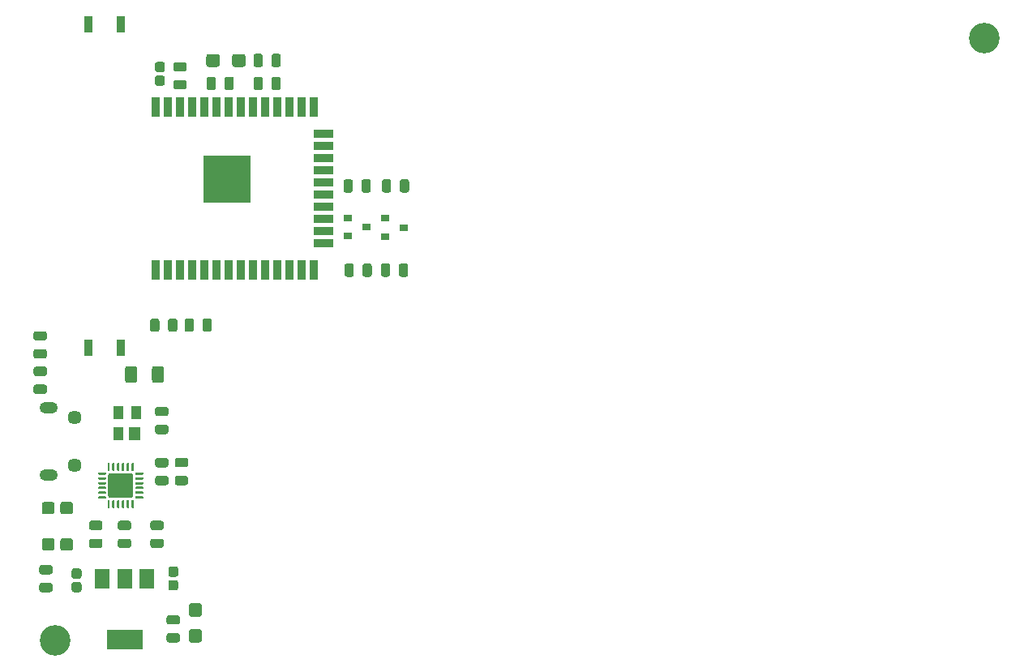
<source format=gbs>
G04 #@! TF.GenerationSoftware,KiCad,Pcbnew,(5.1.9)-1*
G04 #@! TF.CreationDate,2021-06-06T22:24:58-05:00*
G04 #@! TF.ProjectId,AirCloud,41697243-6c6f-4756-942e-6b696361645f,rev?*
G04 #@! TF.SameCoordinates,Original*
G04 #@! TF.FileFunction,Soldermask,Bot*
G04 #@! TF.FilePolarity,Negative*
%FSLAX46Y46*%
G04 Gerber Fmt 4.6, Leading zero omitted, Abs format (unit mm)*
G04 Created by KiCad (PCBNEW (5.1.9)-1) date 2021-06-06 22:24:58*
%MOMM*%
%LPD*%
G01*
G04 APERTURE LIST*
%ADD10R,0.900000X2.000000*%
%ADD11R,2.000000X0.900000*%
%ADD12R,5.000000X5.000000*%
%ADD13C,3.200000*%
%ADD14R,0.900000X1.700000*%
%ADD15R,0.900000X0.800000*%
%ADD16R,1.200000X1.400000*%
%ADD17R,1.000000X1.400000*%
%ADD18C,1.450000*%
%ADD19O,1.900000X1.200000*%
%ADD20R,3.800000X2.000000*%
%ADD21R,1.500000X2.000000*%
G04 APERTURE END LIST*
D10*
X146745000Y-96100000D03*
X148015000Y-96100000D03*
X149285000Y-96100000D03*
X150555000Y-96100000D03*
X151825000Y-96100000D03*
X153095000Y-96100000D03*
X154365000Y-96100000D03*
X155635000Y-96100000D03*
X156905000Y-96100000D03*
X158175000Y-96100000D03*
X159445000Y-96100000D03*
X160715000Y-96100000D03*
X161985000Y-96100000D03*
X163255000Y-96100000D03*
D11*
X164255000Y-93315000D03*
X164255000Y-92045000D03*
X164255000Y-90775000D03*
X164255000Y-89505000D03*
X164255000Y-88235000D03*
X164255000Y-86965000D03*
X164255000Y-85695000D03*
X164255000Y-84425000D03*
X164255000Y-83155000D03*
X164255000Y-81885000D03*
D10*
X163255000Y-79100000D03*
X161985000Y-79100000D03*
X160715000Y-79100000D03*
X159445000Y-79100000D03*
X158175000Y-79100000D03*
X156905000Y-79100000D03*
X155635000Y-79100000D03*
X154365000Y-79100000D03*
X153095000Y-79100000D03*
X151825000Y-79100000D03*
X150555000Y-79100000D03*
X149285000Y-79100000D03*
X148015000Y-79100000D03*
X146745000Y-79100000D03*
D12*
X154245000Y-86600000D03*
D13*
X233300000Y-71900000D03*
G36*
G01*
X140043750Y-124150000D02*
X140956250Y-124150000D01*
G75*
G02*
X141200000Y-124393750I0J-243750D01*
G01*
X141200000Y-124881250D01*
G75*
G02*
X140956250Y-125125000I-243750J0D01*
G01*
X140043750Y-125125000D01*
G75*
G02*
X139800000Y-124881250I0J243750D01*
G01*
X139800000Y-124393750D01*
G75*
G02*
X140043750Y-124150000I243750J0D01*
G01*
G37*
G36*
G01*
X140043750Y-122275000D02*
X140956250Y-122275000D01*
G75*
G02*
X141200000Y-122518750I0J-243750D01*
G01*
X141200000Y-123006250D01*
G75*
G02*
X140956250Y-123250000I-243750J0D01*
G01*
X140043750Y-123250000D01*
G75*
G02*
X139800000Y-123006250I0J243750D01*
G01*
X139800000Y-122518750D01*
G75*
G02*
X140043750Y-122275000I243750J0D01*
G01*
G37*
G36*
G01*
X171250000Y-95643750D02*
X171250000Y-96556250D01*
G75*
G02*
X171006250Y-96800000I-243750J0D01*
G01*
X170518750Y-96800000D01*
G75*
G02*
X170275000Y-96556250I0J243750D01*
G01*
X170275000Y-95643750D01*
G75*
G02*
X170518750Y-95400000I243750J0D01*
G01*
X171006250Y-95400000D01*
G75*
G02*
X171250000Y-95643750I0J-243750D01*
G01*
G37*
G36*
G01*
X173125000Y-95643750D02*
X173125000Y-96556250D01*
G75*
G02*
X172881250Y-96800000I-243750J0D01*
G01*
X172393750Y-96800000D01*
G75*
G02*
X172150000Y-96556250I0J243750D01*
G01*
X172150000Y-95643750D01*
G75*
G02*
X172393750Y-95400000I243750J0D01*
G01*
X172881250Y-95400000D01*
G75*
G02*
X173125000Y-95643750I0J-243750D01*
G01*
G37*
G36*
G01*
X168250000Y-87756250D02*
X168250000Y-86843750D01*
G75*
G02*
X168493750Y-86600000I243750J0D01*
G01*
X168981250Y-86600000D01*
G75*
G02*
X169225000Y-86843750I0J-243750D01*
G01*
X169225000Y-87756250D01*
G75*
G02*
X168981250Y-88000000I-243750J0D01*
G01*
X168493750Y-88000000D01*
G75*
G02*
X168250000Y-87756250I0J243750D01*
G01*
G37*
G36*
G01*
X166375000Y-87756250D02*
X166375000Y-86843750D01*
G75*
G02*
X166618750Y-86600000I243750J0D01*
G01*
X167106250Y-86600000D01*
G75*
G02*
X167350000Y-86843750I0J-243750D01*
G01*
X167350000Y-87756250D01*
G75*
G02*
X167106250Y-88000000I-243750J0D01*
G01*
X166618750Y-88000000D01*
G75*
G02*
X166375000Y-87756250I0J243750D01*
G01*
G37*
D14*
X143100000Y-70400000D03*
X139700000Y-70400000D03*
G36*
G01*
X134843750Y-126895000D02*
X135756250Y-126895000D01*
G75*
G02*
X136000000Y-127138750I0J-243750D01*
G01*
X136000000Y-127626250D01*
G75*
G02*
X135756250Y-127870000I-243750J0D01*
G01*
X134843750Y-127870000D01*
G75*
G02*
X134600000Y-127626250I0J243750D01*
G01*
X134600000Y-127138750D01*
G75*
G02*
X134843750Y-126895000I243750J0D01*
G01*
G37*
G36*
G01*
X134843750Y-128770000D02*
X135756250Y-128770000D01*
G75*
G02*
X136000000Y-129013750I0J-243750D01*
G01*
X136000000Y-129501250D01*
G75*
G02*
X135756250Y-129745000I-243750J0D01*
G01*
X134843750Y-129745000D01*
G75*
G02*
X134600000Y-129501250I0J243750D01*
G01*
X134600000Y-129013750D01*
G75*
G02*
X134843750Y-128770000I243750J0D01*
G01*
G37*
G36*
G01*
X138224999Y-128675000D02*
X138775001Y-128675000D01*
G75*
G02*
X139025000Y-128924999I0J-249999D01*
G01*
X139025000Y-129500001D01*
G75*
G02*
X138775001Y-129750000I-249999J0D01*
G01*
X138224999Y-129750000D01*
G75*
G02*
X137975000Y-129500001I0J249999D01*
G01*
X137975000Y-128924999D01*
G75*
G02*
X138224999Y-128675000I249999J0D01*
G01*
G37*
G36*
G01*
X138224999Y-127250000D02*
X138775001Y-127250000D01*
G75*
G02*
X139025000Y-127499999I0J-249999D01*
G01*
X139025000Y-128075001D01*
G75*
G02*
X138775001Y-128325000I-249999J0D01*
G01*
X138224999Y-128325000D01*
G75*
G02*
X137975000Y-128075001I0J249999D01*
G01*
X137975000Y-127499999D01*
G75*
G02*
X138224999Y-127250000I249999J0D01*
G01*
G37*
G36*
G01*
X148143750Y-134015000D02*
X149056250Y-134015000D01*
G75*
G02*
X149300000Y-134258750I0J-243750D01*
G01*
X149300000Y-134746250D01*
G75*
G02*
X149056250Y-134990000I-243750J0D01*
G01*
X148143750Y-134990000D01*
G75*
G02*
X147900000Y-134746250I0J243750D01*
G01*
X147900000Y-134258750D01*
G75*
G02*
X148143750Y-134015000I243750J0D01*
G01*
G37*
G36*
G01*
X148143750Y-132140000D02*
X149056250Y-132140000D01*
G75*
G02*
X149300000Y-132383750I0J-243750D01*
G01*
X149300000Y-132871250D01*
G75*
G02*
X149056250Y-133115000I-243750J0D01*
G01*
X148143750Y-133115000D01*
G75*
G02*
X147900000Y-132871250I0J243750D01*
G01*
X147900000Y-132383750D01*
G75*
G02*
X148143750Y-132140000I243750J0D01*
G01*
G37*
G36*
G01*
X150474999Y-133595000D02*
X151325001Y-133595000D01*
G75*
G02*
X151575000Y-133844999I0J-249999D01*
G01*
X151575000Y-134745001D01*
G75*
G02*
X151325001Y-134995000I-249999J0D01*
G01*
X150474999Y-134995000D01*
G75*
G02*
X150225000Y-134745001I0J249999D01*
G01*
X150225000Y-133844999D01*
G75*
G02*
X150474999Y-133595000I249999J0D01*
G01*
G37*
G36*
G01*
X150474999Y-130895000D02*
X151325001Y-130895000D01*
G75*
G02*
X151575000Y-131144999I0J-249999D01*
G01*
X151575000Y-132045001D01*
G75*
G02*
X151325001Y-132295000I-249999J0D01*
G01*
X150474999Y-132295000D01*
G75*
G02*
X150225000Y-132045001I0J249999D01*
G01*
X150225000Y-131144999D01*
G75*
G02*
X150474999Y-130895000I249999J0D01*
G01*
G37*
G36*
G01*
X169325000Y-95643750D02*
X169325000Y-96556250D01*
G75*
G02*
X169081250Y-96800000I-243750J0D01*
G01*
X168593750Y-96800000D01*
G75*
G02*
X168350000Y-96556250I0J243750D01*
G01*
X168350000Y-95643750D01*
G75*
G02*
X168593750Y-95400000I243750J0D01*
G01*
X169081250Y-95400000D01*
G75*
G02*
X169325000Y-95643750I0J-243750D01*
G01*
G37*
G36*
G01*
X167450000Y-95643750D02*
X167450000Y-96556250D01*
G75*
G02*
X167206250Y-96800000I-243750J0D01*
G01*
X166718750Y-96800000D01*
G75*
G02*
X166475000Y-96556250I0J243750D01*
G01*
X166475000Y-95643750D01*
G75*
G02*
X166718750Y-95400000I243750J0D01*
G01*
X167206250Y-95400000D01*
G75*
G02*
X167450000Y-95643750I0J-243750D01*
G01*
G37*
G36*
G01*
X171350000Y-86843750D02*
X171350000Y-87756250D01*
G75*
G02*
X171106250Y-88000000I-243750J0D01*
G01*
X170618750Y-88000000D01*
G75*
G02*
X170375000Y-87756250I0J243750D01*
G01*
X170375000Y-86843750D01*
G75*
G02*
X170618750Y-86600000I243750J0D01*
G01*
X171106250Y-86600000D01*
G75*
G02*
X171350000Y-86843750I0J-243750D01*
G01*
G37*
G36*
G01*
X173225000Y-86843750D02*
X173225000Y-87756250D01*
G75*
G02*
X172981250Y-88000000I-243750J0D01*
G01*
X172493750Y-88000000D01*
G75*
G02*
X172250000Y-87756250I0J243750D01*
G01*
X172250000Y-86843750D01*
G75*
G02*
X172493750Y-86600000I243750J0D01*
G01*
X172981250Y-86600000D01*
G75*
G02*
X173225000Y-86843750I0J-243750D01*
G01*
G37*
G36*
G01*
X149756250Y-75350000D02*
X148843750Y-75350000D01*
G75*
G02*
X148600000Y-75106250I0J243750D01*
G01*
X148600000Y-74618750D01*
G75*
G02*
X148843750Y-74375000I243750J0D01*
G01*
X149756250Y-74375000D01*
G75*
G02*
X150000000Y-74618750I0J-243750D01*
G01*
X150000000Y-75106250D01*
G75*
G02*
X149756250Y-75350000I-243750J0D01*
G01*
G37*
G36*
G01*
X149756250Y-77225000D02*
X148843750Y-77225000D01*
G75*
G02*
X148600000Y-76981250I0J243750D01*
G01*
X148600000Y-76493750D01*
G75*
G02*
X148843750Y-76250000I243750J0D01*
G01*
X149756250Y-76250000D01*
G75*
G02*
X150000000Y-76493750I0J-243750D01*
G01*
X150000000Y-76981250D01*
G75*
G02*
X149756250Y-77225000I-243750J0D01*
G01*
G37*
G36*
G01*
X156975000Y-77056250D02*
X156975000Y-76143750D01*
G75*
G02*
X157218750Y-75900000I243750J0D01*
G01*
X157706250Y-75900000D01*
G75*
G02*
X157950000Y-76143750I0J-243750D01*
G01*
X157950000Y-77056250D01*
G75*
G02*
X157706250Y-77300000I-243750J0D01*
G01*
X157218750Y-77300000D01*
G75*
G02*
X156975000Y-77056250I0J243750D01*
G01*
G37*
G36*
G01*
X158850000Y-77056250D02*
X158850000Y-76143750D01*
G75*
G02*
X159093750Y-75900000I243750J0D01*
G01*
X159581250Y-75900000D01*
G75*
G02*
X159825000Y-76143750I0J-243750D01*
G01*
X159825000Y-77056250D01*
G75*
G02*
X159581250Y-77300000I-243750J0D01*
G01*
X159093750Y-77300000D01*
G75*
G02*
X158850000Y-77056250I0J243750D01*
G01*
G37*
G36*
G01*
X156150000Y-73774999D02*
X156150000Y-74625001D01*
G75*
G02*
X155900001Y-74875000I-249999J0D01*
G01*
X154999999Y-74875000D01*
G75*
G02*
X154750000Y-74625001I0J249999D01*
G01*
X154750000Y-73774999D01*
G75*
G02*
X154999999Y-73525000I249999J0D01*
G01*
X155900001Y-73525000D01*
G75*
G02*
X156150000Y-73774999I0J-249999D01*
G01*
G37*
G36*
G01*
X153450000Y-73774999D02*
X153450000Y-74625001D01*
G75*
G02*
X153200001Y-74875000I-249999J0D01*
G01*
X152299999Y-74875000D01*
G75*
G02*
X152050000Y-74625001I0J249999D01*
G01*
X152050000Y-73774999D01*
G75*
G02*
X152299999Y-73525000I249999J0D01*
G01*
X153200001Y-73525000D01*
G75*
G02*
X153450000Y-73774999I0J-249999D01*
G01*
G37*
G36*
G01*
X158850000Y-74656250D02*
X158850000Y-73743750D01*
G75*
G02*
X159093750Y-73500000I243750J0D01*
G01*
X159581250Y-73500000D01*
G75*
G02*
X159825000Y-73743750I0J-243750D01*
G01*
X159825000Y-74656250D01*
G75*
G02*
X159581250Y-74900000I-243750J0D01*
G01*
X159093750Y-74900000D01*
G75*
G02*
X158850000Y-74656250I0J243750D01*
G01*
G37*
G36*
G01*
X156975000Y-74656250D02*
X156975000Y-73743750D01*
G75*
G02*
X157218750Y-73500000I243750J0D01*
G01*
X157706250Y-73500000D01*
G75*
G02*
X157950000Y-73743750I0J-243750D01*
G01*
X157950000Y-74656250D01*
G75*
G02*
X157706250Y-74900000I-243750J0D01*
G01*
X157218750Y-74900000D01*
G75*
G02*
X156975000Y-74656250I0J243750D01*
G01*
G37*
G36*
G01*
X147475001Y-76850000D02*
X146924999Y-76850000D01*
G75*
G02*
X146675000Y-76600001I0J249999D01*
G01*
X146675000Y-76024999D01*
G75*
G02*
X146924999Y-75775000I249999J0D01*
G01*
X147475001Y-75775000D01*
G75*
G02*
X147725000Y-76024999I0J-249999D01*
G01*
X147725000Y-76600001D01*
G75*
G02*
X147475001Y-76850000I-249999J0D01*
G01*
G37*
G36*
G01*
X147475001Y-75425000D02*
X146924999Y-75425000D01*
G75*
G02*
X146675000Y-75175001I0J249999D01*
G01*
X146675000Y-74599999D01*
G75*
G02*
X146924999Y-74350000I249999J0D01*
G01*
X147475001Y-74350000D01*
G75*
G02*
X147725000Y-74599999I0J-249999D01*
G01*
X147725000Y-75175001D01*
G75*
G02*
X147475001Y-75425000I-249999J0D01*
G01*
G37*
G36*
G01*
X138125000Y-120550000D02*
X138125000Y-121350000D01*
G75*
G02*
X137875000Y-121600000I-250000J0D01*
G01*
X137050000Y-121600000D01*
G75*
G02*
X136800000Y-121350000I0J250000D01*
G01*
X136800000Y-120550000D01*
G75*
G02*
X137050000Y-120300000I250000J0D01*
G01*
X137875000Y-120300000D01*
G75*
G02*
X138125000Y-120550000I0J-250000D01*
G01*
G37*
G36*
G01*
X136200000Y-120550000D02*
X136200000Y-121350000D01*
G75*
G02*
X135950000Y-121600000I-250000J0D01*
G01*
X135125000Y-121600000D01*
G75*
G02*
X134875000Y-121350000I0J250000D01*
G01*
X134875000Y-120550000D01*
G75*
G02*
X135125000Y-120300000I250000J0D01*
G01*
X135950000Y-120300000D01*
G75*
G02*
X136200000Y-120550000I0J-250000D01*
G01*
G37*
G36*
G01*
X147625000Y-106375000D02*
X147625000Y-107625000D01*
G75*
G02*
X147375000Y-107875000I-250000J0D01*
G01*
X146625000Y-107875000D01*
G75*
G02*
X146375000Y-107625000I0J250000D01*
G01*
X146375000Y-106375000D01*
G75*
G02*
X146625000Y-106125000I250000J0D01*
G01*
X147375000Y-106125000D01*
G75*
G02*
X147625000Y-106375000I0J-250000D01*
G01*
G37*
G36*
G01*
X144825000Y-106375000D02*
X144825000Y-107625000D01*
G75*
G02*
X144575000Y-107875000I-250000J0D01*
G01*
X143825000Y-107875000D01*
G75*
G02*
X143575000Y-107625000I0J250000D01*
G01*
X143575000Y-106375000D01*
G75*
G02*
X143825000Y-106125000I250000J0D01*
G01*
X144575000Y-106125000D01*
G75*
G02*
X144825000Y-106375000I0J-250000D01*
G01*
G37*
D15*
X172700000Y-91650000D03*
X170700000Y-90700000D03*
X170700000Y-92600000D03*
X166800000Y-92550000D03*
X166800000Y-90650000D03*
X168800000Y-91600000D03*
G36*
G01*
X142050000Y-117300000D02*
X144150000Y-117300000D01*
G75*
G02*
X144400000Y-117550000I0J-250000D01*
G01*
X144400000Y-119650000D01*
G75*
G02*
X144150000Y-119900000I-250000J0D01*
G01*
X142050000Y-119900000D01*
G75*
G02*
X141800000Y-119650000I0J250000D01*
G01*
X141800000Y-117550000D01*
G75*
G02*
X142050000Y-117300000I250000J0D01*
G01*
G37*
G36*
G01*
X141787500Y-116250000D02*
X141912500Y-116250000D01*
G75*
G02*
X141975000Y-116312500I0J-62500D01*
G01*
X141975000Y-117012500D01*
G75*
G02*
X141912500Y-117075000I-62500J0D01*
G01*
X141787500Y-117075000D01*
G75*
G02*
X141725000Y-117012500I0J62500D01*
G01*
X141725000Y-116312500D01*
G75*
G02*
X141787500Y-116250000I62500J0D01*
G01*
G37*
G36*
G01*
X142287500Y-116250000D02*
X142412500Y-116250000D01*
G75*
G02*
X142475000Y-116312500I0J-62500D01*
G01*
X142475000Y-117012500D01*
G75*
G02*
X142412500Y-117075000I-62500J0D01*
G01*
X142287500Y-117075000D01*
G75*
G02*
X142225000Y-117012500I0J62500D01*
G01*
X142225000Y-116312500D01*
G75*
G02*
X142287500Y-116250000I62500J0D01*
G01*
G37*
G36*
G01*
X142787500Y-116250000D02*
X142912500Y-116250000D01*
G75*
G02*
X142975000Y-116312500I0J-62500D01*
G01*
X142975000Y-117012500D01*
G75*
G02*
X142912500Y-117075000I-62500J0D01*
G01*
X142787500Y-117075000D01*
G75*
G02*
X142725000Y-117012500I0J62500D01*
G01*
X142725000Y-116312500D01*
G75*
G02*
X142787500Y-116250000I62500J0D01*
G01*
G37*
G36*
G01*
X143287500Y-116250000D02*
X143412500Y-116250000D01*
G75*
G02*
X143475000Y-116312500I0J-62500D01*
G01*
X143475000Y-117012500D01*
G75*
G02*
X143412500Y-117075000I-62500J0D01*
G01*
X143287500Y-117075000D01*
G75*
G02*
X143225000Y-117012500I0J62500D01*
G01*
X143225000Y-116312500D01*
G75*
G02*
X143287500Y-116250000I62500J0D01*
G01*
G37*
G36*
G01*
X143787500Y-116250000D02*
X143912500Y-116250000D01*
G75*
G02*
X143975000Y-116312500I0J-62500D01*
G01*
X143975000Y-117012500D01*
G75*
G02*
X143912500Y-117075000I-62500J0D01*
G01*
X143787500Y-117075000D01*
G75*
G02*
X143725000Y-117012500I0J62500D01*
G01*
X143725000Y-116312500D01*
G75*
G02*
X143787500Y-116250000I62500J0D01*
G01*
G37*
G36*
G01*
X144287500Y-116250000D02*
X144412500Y-116250000D01*
G75*
G02*
X144475000Y-116312500I0J-62500D01*
G01*
X144475000Y-117012500D01*
G75*
G02*
X144412500Y-117075000I-62500J0D01*
G01*
X144287500Y-117075000D01*
G75*
G02*
X144225000Y-117012500I0J62500D01*
G01*
X144225000Y-116312500D01*
G75*
G02*
X144287500Y-116250000I62500J0D01*
G01*
G37*
G36*
G01*
X144687500Y-117225000D02*
X145387500Y-117225000D01*
G75*
G02*
X145450000Y-117287500I0J-62500D01*
G01*
X145450000Y-117412500D01*
G75*
G02*
X145387500Y-117475000I-62500J0D01*
G01*
X144687500Y-117475000D01*
G75*
G02*
X144625000Y-117412500I0J62500D01*
G01*
X144625000Y-117287500D01*
G75*
G02*
X144687500Y-117225000I62500J0D01*
G01*
G37*
G36*
G01*
X144687500Y-117725000D02*
X145387500Y-117725000D01*
G75*
G02*
X145450000Y-117787500I0J-62500D01*
G01*
X145450000Y-117912500D01*
G75*
G02*
X145387500Y-117975000I-62500J0D01*
G01*
X144687500Y-117975000D01*
G75*
G02*
X144625000Y-117912500I0J62500D01*
G01*
X144625000Y-117787500D01*
G75*
G02*
X144687500Y-117725000I62500J0D01*
G01*
G37*
G36*
G01*
X144687500Y-118225000D02*
X145387500Y-118225000D01*
G75*
G02*
X145450000Y-118287500I0J-62500D01*
G01*
X145450000Y-118412500D01*
G75*
G02*
X145387500Y-118475000I-62500J0D01*
G01*
X144687500Y-118475000D01*
G75*
G02*
X144625000Y-118412500I0J62500D01*
G01*
X144625000Y-118287500D01*
G75*
G02*
X144687500Y-118225000I62500J0D01*
G01*
G37*
G36*
G01*
X144687500Y-118725000D02*
X145387500Y-118725000D01*
G75*
G02*
X145450000Y-118787500I0J-62500D01*
G01*
X145450000Y-118912500D01*
G75*
G02*
X145387500Y-118975000I-62500J0D01*
G01*
X144687500Y-118975000D01*
G75*
G02*
X144625000Y-118912500I0J62500D01*
G01*
X144625000Y-118787500D01*
G75*
G02*
X144687500Y-118725000I62500J0D01*
G01*
G37*
G36*
G01*
X144687500Y-119225000D02*
X145387500Y-119225000D01*
G75*
G02*
X145450000Y-119287500I0J-62500D01*
G01*
X145450000Y-119412500D01*
G75*
G02*
X145387500Y-119475000I-62500J0D01*
G01*
X144687500Y-119475000D01*
G75*
G02*
X144625000Y-119412500I0J62500D01*
G01*
X144625000Y-119287500D01*
G75*
G02*
X144687500Y-119225000I62500J0D01*
G01*
G37*
G36*
G01*
X144687500Y-119725000D02*
X145387500Y-119725000D01*
G75*
G02*
X145450000Y-119787500I0J-62500D01*
G01*
X145450000Y-119912500D01*
G75*
G02*
X145387500Y-119975000I-62500J0D01*
G01*
X144687500Y-119975000D01*
G75*
G02*
X144625000Y-119912500I0J62500D01*
G01*
X144625000Y-119787500D01*
G75*
G02*
X144687500Y-119725000I62500J0D01*
G01*
G37*
G36*
G01*
X144287500Y-120125000D02*
X144412500Y-120125000D01*
G75*
G02*
X144475000Y-120187500I0J-62500D01*
G01*
X144475000Y-120887500D01*
G75*
G02*
X144412500Y-120950000I-62500J0D01*
G01*
X144287500Y-120950000D01*
G75*
G02*
X144225000Y-120887500I0J62500D01*
G01*
X144225000Y-120187500D01*
G75*
G02*
X144287500Y-120125000I62500J0D01*
G01*
G37*
G36*
G01*
X143787500Y-120125000D02*
X143912500Y-120125000D01*
G75*
G02*
X143975000Y-120187500I0J-62500D01*
G01*
X143975000Y-120887500D01*
G75*
G02*
X143912500Y-120950000I-62500J0D01*
G01*
X143787500Y-120950000D01*
G75*
G02*
X143725000Y-120887500I0J62500D01*
G01*
X143725000Y-120187500D01*
G75*
G02*
X143787500Y-120125000I62500J0D01*
G01*
G37*
G36*
G01*
X143287500Y-120125000D02*
X143412500Y-120125000D01*
G75*
G02*
X143475000Y-120187500I0J-62500D01*
G01*
X143475000Y-120887500D01*
G75*
G02*
X143412500Y-120950000I-62500J0D01*
G01*
X143287500Y-120950000D01*
G75*
G02*
X143225000Y-120887500I0J62500D01*
G01*
X143225000Y-120187500D01*
G75*
G02*
X143287500Y-120125000I62500J0D01*
G01*
G37*
G36*
G01*
X142787500Y-120125000D02*
X142912500Y-120125000D01*
G75*
G02*
X142975000Y-120187500I0J-62500D01*
G01*
X142975000Y-120887500D01*
G75*
G02*
X142912500Y-120950000I-62500J0D01*
G01*
X142787500Y-120950000D01*
G75*
G02*
X142725000Y-120887500I0J62500D01*
G01*
X142725000Y-120187500D01*
G75*
G02*
X142787500Y-120125000I62500J0D01*
G01*
G37*
G36*
G01*
X142287500Y-120125000D02*
X142412500Y-120125000D01*
G75*
G02*
X142475000Y-120187500I0J-62500D01*
G01*
X142475000Y-120887500D01*
G75*
G02*
X142412500Y-120950000I-62500J0D01*
G01*
X142287500Y-120950000D01*
G75*
G02*
X142225000Y-120887500I0J62500D01*
G01*
X142225000Y-120187500D01*
G75*
G02*
X142287500Y-120125000I62500J0D01*
G01*
G37*
G36*
G01*
X141787500Y-120125000D02*
X141912500Y-120125000D01*
G75*
G02*
X141975000Y-120187500I0J-62500D01*
G01*
X141975000Y-120887500D01*
G75*
G02*
X141912500Y-120950000I-62500J0D01*
G01*
X141787500Y-120950000D01*
G75*
G02*
X141725000Y-120887500I0J62500D01*
G01*
X141725000Y-120187500D01*
G75*
G02*
X141787500Y-120125000I62500J0D01*
G01*
G37*
G36*
G01*
X140812500Y-119725000D02*
X141512500Y-119725000D01*
G75*
G02*
X141575000Y-119787500I0J-62500D01*
G01*
X141575000Y-119912500D01*
G75*
G02*
X141512500Y-119975000I-62500J0D01*
G01*
X140812500Y-119975000D01*
G75*
G02*
X140750000Y-119912500I0J62500D01*
G01*
X140750000Y-119787500D01*
G75*
G02*
X140812500Y-119725000I62500J0D01*
G01*
G37*
G36*
G01*
X140812500Y-119225000D02*
X141512500Y-119225000D01*
G75*
G02*
X141575000Y-119287500I0J-62500D01*
G01*
X141575000Y-119412500D01*
G75*
G02*
X141512500Y-119475000I-62500J0D01*
G01*
X140812500Y-119475000D01*
G75*
G02*
X140750000Y-119412500I0J62500D01*
G01*
X140750000Y-119287500D01*
G75*
G02*
X140812500Y-119225000I62500J0D01*
G01*
G37*
G36*
G01*
X140812500Y-118725000D02*
X141512500Y-118725000D01*
G75*
G02*
X141575000Y-118787500I0J-62500D01*
G01*
X141575000Y-118912500D01*
G75*
G02*
X141512500Y-118975000I-62500J0D01*
G01*
X140812500Y-118975000D01*
G75*
G02*
X140750000Y-118912500I0J62500D01*
G01*
X140750000Y-118787500D01*
G75*
G02*
X140812500Y-118725000I62500J0D01*
G01*
G37*
G36*
G01*
X140812500Y-118225000D02*
X141512500Y-118225000D01*
G75*
G02*
X141575000Y-118287500I0J-62500D01*
G01*
X141575000Y-118412500D01*
G75*
G02*
X141512500Y-118475000I-62500J0D01*
G01*
X140812500Y-118475000D01*
G75*
G02*
X140750000Y-118412500I0J62500D01*
G01*
X140750000Y-118287500D01*
G75*
G02*
X140812500Y-118225000I62500J0D01*
G01*
G37*
G36*
G01*
X140812500Y-117725000D02*
X141512500Y-117725000D01*
G75*
G02*
X141575000Y-117787500I0J-62500D01*
G01*
X141575000Y-117912500D01*
G75*
G02*
X141512500Y-117975000I-62500J0D01*
G01*
X140812500Y-117975000D01*
G75*
G02*
X140750000Y-117912500I0J62500D01*
G01*
X140750000Y-117787500D01*
G75*
G02*
X140812500Y-117725000I62500J0D01*
G01*
G37*
G36*
G01*
X140812500Y-117225000D02*
X141512500Y-117225000D01*
G75*
G02*
X141575000Y-117287500I0J-62500D01*
G01*
X141575000Y-117412500D01*
G75*
G02*
X141512500Y-117475000I-62500J0D01*
G01*
X140812500Y-117475000D01*
G75*
G02*
X140750000Y-117412500I0J62500D01*
G01*
X140750000Y-117287500D01*
G75*
G02*
X140812500Y-117225000I62500J0D01*
G01*
G37*
G36*
G01*
X135156250Y-109025000D02*
X134243750Y-109025000D01*
G75*
G02*
X134000000Y-108781250I0J243750D01*
G01*
X134000000Y-108293750D01*
G75*
G02*
X134243750Y-108050000I243750J0D01*
G01*
X135156250Y-108050000D01*
G75*
G02*
X135400000Y-108293750I0J-243750D01*
G01*
X135400000Y-108781250D01*
G75*
G02*
X135156250Y-109025000I-243750J0D01*
G01*
G37*
G36*
G01*
X135156250Y-107150000D02*
X134243750Y-107150000D01*
G75*
G02*
X134000000Y-106906250I0J243750D01*
G01*
X134000000Y-106418750D01*
G75*
G02*
X134243750Y-106175000I243750J0D01*
G01*
X135156250Y-106175000D01*
G75*
G02*
X135400000Y-106418750I0J-243750D01*
G01*
X135400000Y-106906250D01*
G75*
G02*
X135156250Y-107150000I-243750J0D01*
G01*
G37*
G36*
G01*
X148875001Y-129550000D02*
X148324999Y-129550000D01*
G75*
G02*
X148075000Y-129300001I0J249999D01*
G01*
X148075000Y-128724999D01*
G75*
G02*
X148324999Y-128475000I249999J0D01*
G01*
X148875001Y-128475000D01*
G75*
G02*
X149125000Y-128724999I0J-249999D01*
G01*
X149125000Y-129300001D01*
G75*
G02*
X148875001Y-129550000I-249999J0D01*
G01*
G37*
G36*
G01*
X148875001Y-128125000D02*
X148324999Y-128125000D01*
G75*
G02*
X148075000Y-127875001I0J249999D01*
G01*
X148075000Y-127299999D01*
G75*
G02*
X148324999Y-127050000I249999J0D01*
G01*
X148875001Y-127050000D01*
G75*
G02*
X149125000Y-127299999I0J-249999D01*
G01*
X149125000Y-127875001D01*
G75*
G02*
X148875001Y-128125000I-249999J0D01*
G01*
G37*
G36*
G01*
X138125000Y-124350000D02*
X138125000Y-125150000D01*
G75*
G02*
X137875000Y-125400000I-250000J0D01*
G01*
X137050000Y-125400000D01*
G75*
G02*
X136800000Y-125150000I0J250000D01*
G01*
X136800000Y-124350000D01*
G75*
G02*
X137050000Y-124100000I250000J0D01*
G01*
X137875000Y-124100000D01*
G75*
G02*
X138125000Y-124350000I0J-250000D01*
G01*
G37*
G36*
G01*
X136200000Y-124350000D02*
X136200000Y-125150000D01*
G75*
G02*
X135950000Y-125400000I-250000J0D01*
G01*
X135125000Y-125400000D01*
G75*
G02*
X134875000Y-125150000I0J250000D01*
G01*
X134875000Y-124350000D01*
G75*
G02*
X135125000Y-124100000I250000J0D01*
G01*
X135950000Y-124100000D01*
G75*
G02*
X136200000Y-124350000I0J-250000D01*
G01*
G37*
D16*
X144570000Y-113200000D03*
D17*
X142850000Y-113200000D03*
X142850000Y-111000000D03*
X144750000Y-111000000D03*
D13*
X136300000Y-134800000D03*
D18*
X138262500Y-111500000D03*
X138262500Y-116500000D03*
D19*
X135562500Y-110500000D03*
X135562500Y-117500000D03*
G36*
G01*
X148993750Y-115712500D02*
X149906250Y-115712500D01*
G75*
G02*
X150150000Y-115956250I0J-243750D01*
G01*
X150150000Y-116443750D01*
G75*
G02*
X149906250Y-116687500I-243750J0D01*
G01*
X148993750Y-116687500D01*
G75*
G02*
X148750000Y-116443750I0J243750D01*
G01*
X148750000Y-115956250D01*
G75*
G02*
X148993750Y-115712500I243750J0D01*
G01*
G37*
G36*
G01*
X148993750Y-117587500D02*
X149906250Y-117587500D01*
G75*
G02*
X150150000Y-117831250I0J-243750D01*
G01*
X150150000Y-118318750D01*
G75*
G02*
X149906250Y-118562500I-243750J0D01*
G01*
X148993750Y-118562500D01*
G75*
G02*
X148750000Y-118318750I0J243750D01*
G01*
X148750000Y-117831250D01*
G75*
G02*
X148993750Y-117587500I243750J0D01*
G01*
G37*
G36*
G01*
X147856250Y-113225000D02*
X146943750Y-113225000D01*
G75*
G02*
X146700000Y-112981250I0J243750D01*
G01*
X146700000Y-112493750D01*
G75*
G02*
X146943750Y-112250000I243750J0D01*
G01*
X147856250Y-112250000D01*
G75*
G02*
X148100000Y-112493750I0J-243750D01*
G01*
X148100000Y-112981250D01*
G75*
G02*
X147856250Y-113225000I-243750J0D01*
G01*
G37*
G36*
G01*
X147856250Y-111350000D02*
X146943750Y-111350000D01*
G75*
G02*
X146700000Y-111106250I0J243750D01*
G01*
X146700000Y-110618750D01*
G75*
G02*
X146943750Y-110375000I243750J0D01*
G01*
X147856250Y-110375000D01*
G75*
G02*
X148100000Y-110618750I0J-243750D01*
G01*
X148100000Y-111106250D01*
G75*
G02*
X147856250Y-111350000I-243750J0D01*
G01*
G37*
G36*
G01*
X135156250Y-105325000D02*
X134243750Y-105325000D01*
G75*
G02*
X134000000Y-105081250I0J243750D01*
G01*
X134000000Y-104593750D01*
G75*
G02*
X134243750Y-104350000I243750J0D01*
G01*
X135156250Y-104350000D01*
G75*
G02*
X135400000Y-104593750I0J-243750D01*
G01*
X135400000Y-105081250D01*
G75*
G02*
X135156250Y-105325000I-243750J0D01*
G01*
G37*
G36*
G01*
X135156250Y-103450000D02*
X134243750Y-103450000D01*
G75*
G02*
X134000000Y-103206250I0J243750D01*
G01*
X134000000Y-102718750D01*
G75*
G02*
X134243750Y-102475000I243750J0D01*
G01*
X135156250Y-102475000D01*
G75*
G02*
X135400000Y-102718750I0J-243750D01*
G01*
X135400000Y-103206250D01*
G75*
G02*
X135156250Y-103450000I-243750J0D01*
G01*
G37*
G36*
G01*
X147856250Y-116700000D02*
X146943750Y-116700000D01*
G75*
G02*
X146700000Y-116456250I0J243750D01*
G01*
X146700000Y-115968750D01*
G75*
G02*
X146943750Y-115725000I243750J0D01*
G01*
X147856250Y-115725000D01*
G75*
G02*
X148100000Y-115968750I0J-243750D01*
G01*
X148100000Y-116456250D01*
G75*
G02*
X147856250Y-116700000I-243750J0D01*
G01*
G37*
G36*
G01*
X147856250Y-118575000D02*
X146943750Y-118575000D01*
G75*
G02*
X146700000Y-118331250I0J243750D01*
G01*
X146700000Y-117843750D01*
G75*
G02*
X146943750Y-117600000I243750J0D01*
G01*
X147856250Y-117600000D01*
G75*
G02*
X148100000Y-117843750I0J-243750D01*
G01*
X148100000Y-118331250D01*
G75*
G02*
X147856250Y-118575000I-243750J0D01*
G01*
G37*
G36*
G01*
X153050000Y-76143750D02*
X153050000Y-77056250D01*
G75*
G02*
X152806250Y-77300000I-243750J0D01*
G01*
X152318750Y-77300000D01*
G75*
G02*
X152075000Y-77056250I0J243750D01*
G01*
X152075000Y-76143750D01*
G75*
G02*
X152318750Y-75900000I243750J0D01*
G01*
X152806250Y-75900000D01*
G75*
G02*
X153050000Y-76143750I0J-243750D01*
G01*
G37*
G36*
G01*
X154925000Y-76143750D02*
X154925000Y-77056250D01*
G75*
G02*
X154681250Y-77300000I-243750J0D01*
G01*
X154193750Y-77300000D01*
G75*
G02*
X153950000Y-77056250I0J243750D01*
G01*
X153950000Y-76143750D01*
G75*
G02*
X154193750Y-75900000I243750J0D01*
G01*
X154681250Y-75900000D01*
G75*
G02*
X154925000Y-76143750I0J-243750D01*
G01*
G37*
G36*
G01*
X148050000Y-102306250D02*
X148050000Y-101393750D01*
G75*
G02*
X148293750Y-101150000I243750J0D01*
G01*
X148781250Y-101150000D01*
G75*
G02*
X149025000Y-101393750I0J-243750D01*
G01*
X149025000Y-102306250D01*
G75*
G02*
X148781250Y-102550000I-243750J0D01*
G01*
X148293750Y-102550000D01*
G75*
G02*
X148050000Y-102306250I0J243750D01*
G01*
G37*
G36*
G01*
X146175000Y-102306250D02*
X146175000Y-101393750D01*
G75*
G02*
X146418750Y-101150000I243750J0D01*
G01*
X146906250Y-101150000D01*
G75*
G02*
X147150000Y-101393750I0J-243750D01*
G01*
X147150000Y-102306250D01*
G75*
G02*
X146906250Y-102550000I-243750J0D01*
G01*
X146418750Y-102550000D01*
G75*
G02*
X146175000Y-102306250I0J243750D01*
G01*
G37*
G36*
G01*
X149775000Y-102306250D02*
X149775000Y-101393750D01*
G75*
G02*
X150018750Y-101150000I243750J0D01*
G01*
X150506250Y-101150000D01*
G75*
G02*
X150750000Y-101393750I0J-243750D01*
G01*
X150750000Y-102306250D01*
G75*
G02*
X150506250Y-102550000I-243750J0D01*
G01*
X150018750Y-102550000D01*
G75*
G02*
X149775000Y-102306250I0J243750D01*
G01*
G37*
G36*
G01*
X151650000Y-102306250D02*
X151650000Y-101393750D01*
G75*
G02*
X151893750Y-101150000I243750J0D01*
G01*
X152381250Y-101150000D01*
G75*
G02*
X152625000Y-101393750I0J-243750D01*
G01*
X152625000Y-102306250D01*
G75*
G02*
X152381250Y-102550000I-243750J0D01*
G01*
X151893750Y-102550000D01*
G75*
G02*
X151650000Y-102306250I0J243750D01*
G01*
G37*
G36*
G01*
X143956250Y-125125000D02*
X143043750Y-125125000D01*
G75*
G02*
X142800000Y-124881250I0J243750D01*
G01*
X142800000Y-124393750D01*
G75*
G02*
X143043750Y-124150000I243750J0D01*
G01*
X143956250Y-124150000D01*
G75*
G02*
X144200000Y-124393750I0J-243750D01*
G01*
X144200000Y-124881250D01*
G75*
G02*
X143956250Y-125125000I-243750J0D01*
G01*
G37*
G36*
G01*
X143956250Y-123250000D02*
X143043750Y-123250000D01*
G75*
G02*
X142800000Y-123006250I0J243750D01*
G01*
X142800000Y-122518750D01*
G75*
G02*
X143043750Y-122275000I243750J0D01*
G01*
X143956250Y-122275000D01*
G75*
G02*
X144200000Y-122518750I0J-243750D01*
G01*
X144200000Y-123006250D01*
G75*
G02*
X143956250Y-123250000I-243750J0D01*
G01*
G37*
G36*
G01*
X147356250Y-123250000D02*
X146443750Y-123250000D01*
G75*
G02*
X146200000Y-123006250I0J243750D01*
G01*
X146200000Y-122518750D01*
G75*
G02*
X146443750Y-122275000I243750J0D01*
G01*
X147356250Y-122275000D01*
G75*
G02*
X147600000Y-122518750I0J-243750D01*
G01*
X147600000Y-123006250D01*
G75*
G02*
X147356250Y-123250000I-243750J0D01*
G01*
G37*
G36*
G01*
X147356250Y-125125000D02*
X146443750Y-125125000D01*
G75*
G02*
X146200000Y-124881250I0J243750D01*
G01*
X146200000Y-124393750D01*
G75*
G02*
X146443750Y-124150000I243750J0D01*
G01*
X147356250Y-124150000D01*
G75*
G02*
X147600000Y-124393750I0J-243750D01*
G01*
X147600000Y-124881250D01*
G75*
G02*
X147356250Y-125125000I-243750J0D01*
G01*
G37*
D14*
X139700000Y-104200000D03*
X143100000Y-104200000D03*
D20*
X143500000Y-134650000D03*
D21*
X143500000Y-128350000D03*
X145800000Y-128350000D03*
X141200000Y-128350000D03*
M02*

</source>
